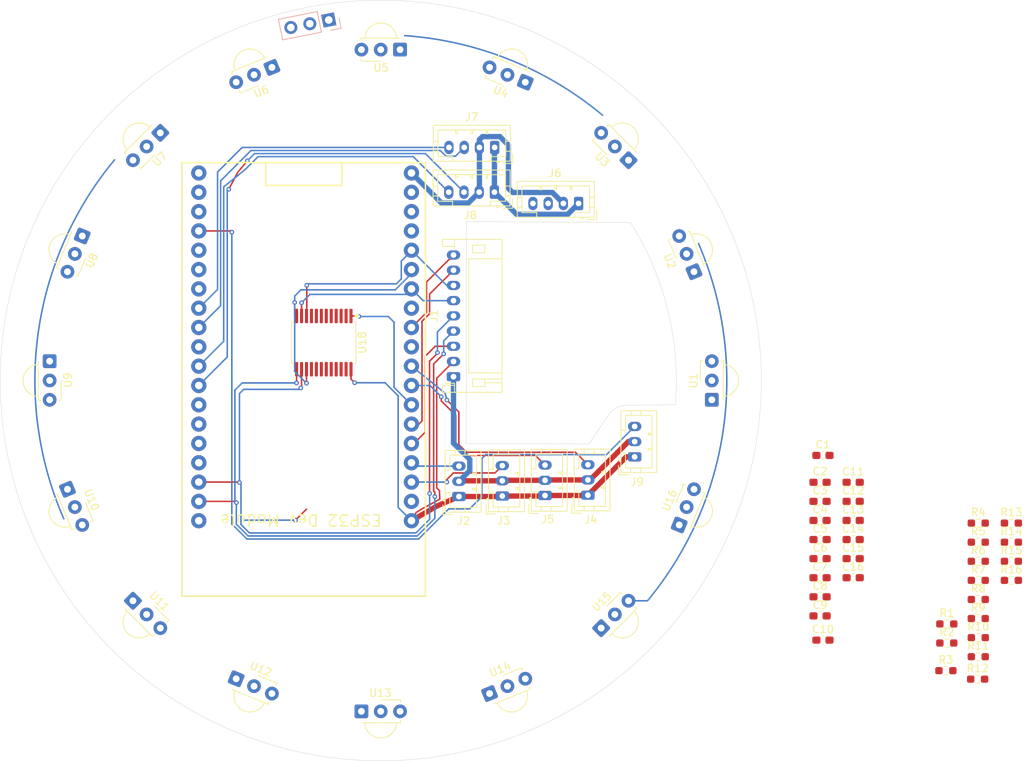
<source format=kicad_pcb>
(kicad_pcb (version 20241229) (generator "pcbnew") (generator_version "9.0")
  (layers (0 "F.Cu" signal) (2 "B.Cu" signal) (13 "F.Paste" user) (15 "B.Paste" user) (5 "F.SilkS" user "F.Silkscreen") (7 "B.SilkS" user "B.Silkscreen") (1 "F.Mask" user) (3 "B.Mask" user) (25 "Edge.Cuts" user))
  (net 0 "")
  (net 1 "GND")
  (net 2 "Net-(C1-Pad1)")
  (net 3 "Net-(C2-Pad1)")
  (net 4 "Net-(C3-Pad1)")
  (net 5 "Net-(C4-Pad1)")
  (net 6 "Net-(C5-Pad1)")
  (net 7 "Net-(C6-Pad1)")
  (net 8 "Net-(C7-Pad1)")
  (net 9 "Net-(C8-Pad1)")
  (net 10 "Net-(C9-Pad1)")
  (net 11 "Net-(C10-Pad1)")
  (net 12 "Net-(C11-Pad1)")
  (net 13 "Net-(C12-Pad1)")
  (net 14 "Net-(C13-Pad1)")
  (net 15 "Net-(C15-Pad1)")
  (net 16 "Net-(C16-Pad1)")
  (net 17 "3v3")
  (net 18 "LED_IO")
  (net 19 "MUX_COM1")
  (net 20 "MUX_COM2")
  (net 21 "Net-(U1-OUT)")
  (net 22 "Net-(U2-OUT)")
  (net 23 "Net-(U3-OUT)")
  (net 24 "Net-(U4-OUT)")
  (net 25 "Net-(U5-OUT)")
  (net 26 "Net-(U6-OUT)")
  (net 27 "Net-(U7-OUT)")
  (net 28 "Net-(U8-OUT)")
  (net 29 "Net-(U9-OUT)")
  (net 30 "Net-(U10-OUT)")
  (net 31 "Net-(U11-OUT)")
  (net 32 "Net-(U12-OUT)")
  (net 33 "Net-(U13-OUT)")
  (net 34 "Net-(U14-OUT)")
  (net 35 "Net-(U15-OUT)")
  (net 36 "Net-(U16-OUT)")
  (net 37 "VCC")
  (net 39 "TX")
  (net 40 "RX")
  (net 41 "TX2(16)")
  (net 44 "S0")
  (net 47 "S2")
  (net 48 "IR_COM")
  (net 50 "S1")
  (net 55 "S3")
  (net 63 "RX2(17)")
  (net 64 "RX1(19)")
  (net 72 "TX1(18)")
  (net 74 "side_front")
  (net 76 "side_back")
  (net 77 "side_right")
  (net 82 "Net-(SW1A-B)")
  (net 83 "side_left")
  (net 84 "ball_sensor")
  (net 87 "Net-(C14-Pad1)")
  (footprint "Resistor_SMD:R_0603_1608Metric_Pad0.98x0.95mm_HandSolder" (layer "F.Cu") (at 178.511 126.28)
    (property "Reference" "R7")
    (property "Value" "R")
  )
  (footprint "Resistor_SMD:R_0603_1608Metric_Pad0.98x0.95mm_HandSolder" (layer "F.Cu") (at 178.511 121.26)
    (property "Reference" "R5")
    (property "Value" "R")
  )
  (footprint "ESP32_devModule:TSSP_EDITED" (layer "F.Cu") (at 100 143.5)
    (property "Reference" "U13")
    (property "Value" "TSSP58038" (hide yes))
  )
  (footprint "Capacitor_SMD:C_0603_1608Metric_Pad1.08x0.95mm_HandSolder" (layer "F.Cu") (at 157.7235 113.382)
    (property "Reference" "C2")
    (property "Value" "C")
  )
  (footprint "MountingHole:MountingHole_3.2mm_M3" (layer "F.Cu") (at 137.208265 75.138232)
    (property "Reference" "H1" (hide yes))
    (property "Value" "MountingHole" (hide yes))
  )
  (footprint "ESP32_devModule:TSSP_EDITED" (layer "F.Cu") (at 100 56.5 180)
    (property "Reference" "U5")
    (property "Value" "TSSP58038" (hide yes))
  )
  (footprint "ESP32_devModule:TSSP_EDITED" (layer "F.Cu") (at 140.18876 116.646729 67.5)
    (property "Reference" "U16")
    (property "Value" "TSSP58038" (hide yes))
  )
  (footprint "ESP32_devModule:TSSP_EDITED" (layer "F.Cu") (at 59.81124 116.646729 -67.5)
    (property "Reference" "U10")
    (property "Value" "TSSP58038" (hide yes))
  )
  (footprint "Capacitor_SMD:C_0603_1608Metric_Pad1.08x0.95mm_HandSolder" (layer "F.Cu") (at 162.0735 115.892)
    (property "Reference" "C12")
    (property "Value" "C")
  )
  (footprint "Connector_JST:JST_PH_B4B-PH-K_1x04_P2.00mm_Vertical" (layer "F.Cu") (at 114.938 75.24 180)
    (property "Reference" "J8")
    (property "Value" "Conn_01x04_Socket" (hide yes))
  )
  (footprint "ESP32_devModule:TSSP_EDITED" (layer "F.Cu") (at 83.353271 140.18876 -22.5)
    (property "Reference" "U12")
    (property "Value" "TSSP58038" (hide yes))
  )
  (footprint "Package_SO:SSOP-24_5.3x8.2mm_P0.65mm" (layer "F.Cu") (at 92.521 95.018 -90)
    (property "Reference" "U18")
    (property "Value" "CD74HC4067SM" (hide yes))
  )
  (footprint "ESP32_devModule:TSSP_EDITED" (layer "F.Cu") (at 143.5 100 90)
    (property "Reference" "U1")
    (property "Value" "TSSP58038" (hide yes))
  )
  (footprint "Capacitor_SMD:C_0603_1608Metric_Pad1.08x0.95mm_HandSolder" (layer "F.Cu") (at 157.7235 118.402)
    (property "Reference" "C4")
    (property "Value" "C")
  )
  (footprint "Capacitor_SMD:C_0603_1608Metric_Pad1.08x0.95mm_HandSolder" (layer "F.Cu") (at 157.7235 115.892)
    (property "Reference" "C3")
    (property "Value" "C")
  )
  (footprint "ESP32_devModule:TSSP_EDITED" (layer "F.Cu") (at 83.353271 59.81124 -157.5)
    (property "Reference" "U6")
    (property "Value" "TSSP58038" (hide yes))
  )
  (footprint "Capacitor_SMD:C_0603_1608Metric_Pad1.08x0.95mm_HandSolder" (layer "F.Cu") (at 162.0735 113.382)
    (property "Reference" "C11")
    (property "Value" "C")
  )
  (footprint "Connector_JST:JST_PH_B3B-PH-K_1x03_P2.00mm_Vertical" (layer "F.Cu") (at 133.362 110.042 90)
    (property "Reference" "J9")
    (property "Value" "Conn_01x03_Socket" (hide yes))
  )
  (footprint "Capacitor_SMD:C_0603_1608Metric_Pad1.08x0.95mm_HandSolder" (layer "F.Cu") (at 157.7235 120.912)
    (property "Reference" "C5")
    (property "Value" "C")
  )
  (footprint "Connector_JST:JST_PH_B3B-PH-K_1x03_P2.00mm_Vertical" (layer "F.Cu") (at 110.275 115.259 90)
    (property "Reference" "J3")
    (property "Value" "Conn_01x03_Socket" (hide yes))
  )
  (footprint "Resistor_SMD:R_0603_1608Metric_Pad0.98x0.95mm_HandSolder" (layer "F.Cu") (at 174.377 134.519)
    (property "Reference" "R2")
    (property "Value" "R")
  )
  (footprint "Resistor_SMD:R_0603_1608Metric_Pad0.98x0.95mm_HandSolder" (layer "F.Cu") (at 178.511 136.32)
    (property "Reference" "R11")
    (property "Value" "R")
  )
  (footprint "Resistor_SMD:R_0603_1608Metric_Pad0.98x0.95mm_HandSolder" (layer "F.Cu") (at 178.4275 139.266)
    (property "Reference" "R12")
    (property "Value" "R")
  )
  (footprint "MountingHole:MountingHole_3.2mm_M3" (layer "F.Cu") (at 124.861768 137.208265)
    (property "Reference" "H2" (hide yes))
    (property "Value" "MountingHole" (hide yes))
  )
  (footprint "Resistor_SMD:R_0603_1608Metric_Pad0.98x0.95mm_HandSolder" (layer "F.Cu") (at 178.511 131.3)
    (property "Reference" "R9")
    (property "Value" "R")
  )
  (footprint "Capacitor_SMD:C_0603_1608Metric_Pad1.08x0.95mm_HandSolder" (layer "F.Cu") (at 158.1035 134.135)
    (property "Reference" "C10")
    (property "Value" "C")
  )
  (footprint "Capacitor_SMD:C_0603_1608Metric_Pad1.08x0.95mm_HandSolder" (layer "F.Cu") (at 162.0735 118.402)
    (property "Reference" "C13")
    (property "Value" "C")
  )
  (footprint "Capacitor_SMD:C_0603_1608Metric_Pad1.08x0.95mm_HandSolder" (layer "F.Cu") (at 157.7235 125.932)
    (property "Reference" "C7")
    (property "Value" "C")
  )
  (footprint "Resistor_SMD:R_0603_1608Metric_Pad0.98x0.95mm_HandSolder" (layer "F.Cu") (at 182.861 123.77)
    (property "Reference" "R15")
    (property "Value" "R")
  )
  (footprint "ESP32_devModule:ESP32_devModule" (layer "F.Cu") (at 89.796 95.577001 180)
    (property "Reference" "U17" (hide yes))
    (property "Value" "~" (hide yes))
  )
  (footprint "Connector_JST:JST_PH_S9B-PH-K_1x09_P2.00mm_Horizontal" (layer "F.Cu") (at 109.561 99.503 90)
    (property "Reference" "J1")
    (property "Value" "Conn_01x09_Socket" (hide yes))
  )
  (footprint "Connector_JST:JST_PH_B3B-PH-K_1x03_P2.00mm_Vertical" (layer "F.Cu") (at 115.972 115.192 90)
    (property "Reference" "J2")
    (property "Value" "Conn_01x03_Socket" (hide yes))
  )
  (footprint "Connector_JST:JST_PH_B4B-PH-K_1x04_P2.00mm_Vertical" (layer "F.Cu") (at 125.998 76.725 180)
    (property "Reference" "J6")
    (property "Value" "Conn_01x04_Socket" (hide yes))
  )
  (footprint "Capacitor_SMD:C_0603_1608Metric_Pad1.08x0.95mm_HandSolder" (layer "F.Cu") (at 157.7235 123.422)
    (property "Reference" "C6")
    (property "Value" "C")
  )
  (footprint "ESP32_devModule:TSSP_EDITED" (layer "F.Cu") (at 130.759145 69.240855 135)
    (property "Reference" "U3")
    (property "Value" "TSSP58038" (hide yes))
  )
  (footprint "Connector_JST:JST_PH_B3B-PH-K_1x03_P2.00mm_Vertical" (layer "F.Cu") (at 121.587 115.122 90)
    (property "Reference" "J5")
    (property "Value" "Conn_01x03_Socket" (hide yes))
  )
  (footprint "Resistor_SMD:R_0603_1608Metric_Pad0.98x0.95mm_HandSolder" (layer "F.Cu") (at 182.861 126.28)
    (property "Reference" "R16")
    (property "Value" "R")
  )
  (footprint "ESP32_devModule:TSSP_EDITED" (layer "F.Cu") (at 56.5 100 -90)
    (property "Reference" "U9")
    (property "Value" "TSSP58038" (hide yes))
  )
  (footprint "Resistor_SMD:R_0603_1608Metric_Pad0.98x0.95mm_HandSolder" (layer "F.Cu") (at 178.511 123.77)
    (property "Reference" "R6")
    (property "Value" "R")
  )
  (footprint "ESP32_devModule:TSSP_EDITED" (layer "F.Cu") (at 69.240855 130.759145 -45)
    (property "Reference" "U11")
    (property "Value" "TSSP58038" (hide yes))
  )
  (footprint "Capacitor_SMD:C_0603_1608Metric_Pad1.08x0.95mm_HandSolder" (layer "F.Cu") (at 158.1035 109.851)
    (property "Reference" "C1")
    (property "Value" "C")
  )
  (footprint "ESP32_devModule:TSSP_EDITED" (layer "F.Cu") (at 116.646729 140.18876 22.5)
    (property "Reference" "U14")
    (property "Value" "TSSP58038" (hide yes))
  )
  (footprint "Resistor_SMD:R_0603_1608Metric_Pad0.98x0.95mm_HandSolder" (layer "F.Cu") (at 178.511 118.75)
    (property "Reference" "R4")
    (property "Value" "R")
  )
  (footprint "Connector_JST:JST_PH_B4B-PH-K_1x04_P2.00mm_Vertical" (layer "F.Cu") (at 114.967 69.361 180)
    (property "Reference" "J7")
    (property "Value" "Conn_01x04_Socket" (hide yes))
  )
  (footprint "Capacitor_SMD:C_0603_1608Metric_Pad1.08x0.95mm_HandSolder" (layer "F.Cu") (at 157.7235 128.442)
    (property "Reference" "C8")
    (property "Value" "C")
  )
  (footprint "ESP32_devModule:TSSP_EDITED" (layer "F.Cu") (at 116.646729 59.81124 157.5)
    (property "Reference" "U4")
    (property "Value" "TSSP58038" (hide yes))
  )
  (footprint "Capacitor_SMD:C_0603_1608Metric_Pad1.08x0.95mm_HandSolder" (layer "F.Cu") (at 157.7235 130.952)
    (property "Reference" "C9")
    (property "Value" "C")
  )
  (footprint "Resistor_SMD:R_0603_1608Metric_Pad0.98x0.95mm_HandSolder" (layer "F.Cu") (at 178.511 128.79)
    (property "Reference" "R8")
    (property "Value" "R")
  )
  (footprint "MountingHole:MountingHole_3.2mm_M3" (layer "F.Cu") (at 75.138232 62.791735)
    (property "Reference" "H4" (hide yes))
    (property "Value" "MountingHole" (hide yes))
  )
  (footprint "ESP32_devModule:TSSP_EDITED" (layer "F.Cu") (at 69.240855 69.240855 -135)
    (property "Reference" "U7")
    (property "Value" "TSSP58038" (hide yes))
  )
  (footprint "MountingHole:MountingHole_3.2mm_M3" (layer "F.Cu") (at 62.791735 124.861768)
    (property "Reference" "H3" (hide yes))
    (property "Value" "MountingHole" (hide yes))
  )
  (footprint "ESP32_devModule:TSSP_EDITED" (layer "F.Cu") (at 130.759145 130.759145 45)
    (property "Reference" "U15")
    (property "Value" "TSSP58038" (hide yes))
  )
  (footprint "Resistor_SMD:R_0603_1608Metric_Pad0.98x0.95mm_HandSolder" (layer "F.Cu") (at 174.377 132.009)
    (property "Reference" "R1")
    (property "Value" "R")
  )
  (footprint "Resistor_SMD:R_0603_1608Metric_Pad0.98x0.95mm_HandSolder" (layer "F.Cu") (at 174.2575 138.148)
    (property "Reference" "R3")
    (property "Value" "R")
  )
  (footprint "ESP32_devModule:TSSP_EDITED" (layer "F.Cu") (at 59.81124 83.353271 -112.5)
    (property "Reference" "U8")
    (property "Value" "TSSP58038" (hide yes))
  )
  (footprint "Resistor_SMD:R_0603_1608Metric_Pad0.98x0.95mm_HandSolder" (layer "F.Cu") (at 182.861 118.75)
    (property "Reference" "R13")
    (property "Value" "R")
  )
  (footprint "Resistor_SMD:R_0603_1608Metric_Pad0.98x0.95mm_HandSolder" (layer "F.Cu") (at 178.511 133.81)
    (property "Reference" "R10")
    (property "Value" "R")
  )
  (footprint "Resistor_SMD:R_0603_1608Metric_Pad0.98x0.95mm_HandSolder" (layer "F.Cu") (at 182.861 121.26)
    (property "Reference" "R14")
    (property "Value" "R")
  )
  (footprint "Capacitor_SMD:C_0603_1608Metric_Pad1.08x0.95mm_HandSolder" (layer "F.Cu") (at 162.0735 120.912)
    (property "Reference" "C14")
    (property "Value" "C")
  )
  (footprint "Connector_JST:JST_PH_B3B-PH-K_1x03_P2.00mm_Vertical" (layer "F.Cu") (at 127.221 115.078 90)
    (property "Reference" "J4")
    (property "Value" "Conn_01x03_Socket" (hide yes))
  )
  (footprint "ESP32_devModule:TSSP_EDITED" (layer "F.Cu") (at 140.18876 83.353271 112.5)
    (property "Reference" "U2")
    (property "Value" "TSSP58038" (hide yes))
  )
  (footprint "Capacitor_SMD:C_0603_1608Metric_Pad1.08x0.95mm_HandSolder" (layer "F.Cu") (at 162.0735 125.932)
    (property "Reference" "C16")
    (property "Value" "C")
  )
  (footprint "Capacitor_SMD:C_0603_1608Metric_Pad1.08x0.95mm_HandSolder" (layer "F.Cu") (at 162.0735 123.422)
    (property "Reference" "C15")
    (property "Value" "C")
  )
  (footprint "Connector_PinHeader_2.54mm:PinHeader_1x03_P2.54mm_Vertical" (layer "B.Cu") (at 93.171 52.602 101.25)
    (property "Reference" "SW1" (hide yes))
    (property "Value" "SW_DPST_x2" (hide yes))
  )
  (gr_arc (start 103.152 54.659) (mid 116.970834 57.836839) (end 129.137895 65.118422) (stroke (width 0.2)) (layer "B.Cu") (net 82))
  (gr_arc (start 141.752 81.99) (mid 145.026485 106.340758) (end 135.154423 128.840182) (stroke (width 0.2)) (layer "B.Cu") (net 82))
  (gr_arc (start 58.358 118.185) (mid 55.00778 93.639928) (end 65.030134 70.985195) (stroke (width 0.2)) (layer "B.Cu") (net 82))
  (gr_arc (start 132.810083 79.223996) (mid 137.710721 90.723933) (end 138.704 103.185) (stroke (width 0.05)) (layer "Edge.Cuts"))
  (gr_circle (center 100 100) (end 150 100) (stroke (width 0.05)) (fill no) (layer "Edge.Cuts"))
  (gr_line (start 111.247 103.185) (end 111.247 108.301) (stroke (width 0.05)) (layer "Edge.Cuts"))
  (gr_line (start 131.161 103.428) (end 132.04 103.268) (stroke (width 0.05)) (layer "Edge.Cuts"))
  (gr_line (start 111.242 79.109) (end 132.810083 79.223996) (stroke (width 0.05)) (layer "Edge.Cuts"))
  (gr_line (start 111.242 79.109) (end 111.247 103.185) (stroke (width 0.05)) (layer "Edge.Cuts"))
  (gr_line (start 111.247 108.301) (end 127.357 108.332) (stroke (width 0.05)) (layer "Edge.Cuts"))
  (gr_line (start 132.04 103.268) (end 138.704 103.185003) (stroke (width 0.05)) (layer "Edge.Cuts"))
  (gr_line (start 127.357 108.332) (end 130.166 104.177) (stroke (width 0.05)) (layer "Edge.Cuts"))
  (gr_line (start 130.166 104.177) (end 131.161 103.428) (stroke (width 0.05)) (layer "Edge.Cuts"))
  (segment (start 121.587 113.122) (end 116.041999 113.122) (width 0.7) (layer "F.Cu") (net 1))
  (segment (start 90.246 100.357) (end 90.245 100.358) (width 0.2) (layer "F.Cu") (net 1))
  (segment (start 90.246 98.518) (end 90.246 100.357) (width 0.2) (layer "F.Cu") (net 1))
  (segment (start 90.246 116.915) (end 88.799 118.362) (width 0.2) (layer "F.Cu") (net 1))
  (segment (start 133.362 108.041999) (end 132.532001 108.041999) (width 0.7) (layer "F.Cu") (net 1))
  (segment (start 127.496 113.078) (end 127.221 113.078) (width 0.7) (layer "F.Cu") (net 1))
  (segment (start 110.342 113.191999) (end 110.275 113.258999) (width 0.7) (layer "F.Cu") (net 1))
  (segment (start 116.041999 113.122) (end 115.972 113.191999) (width 0.7) (layer "F.Cu") (net 1))
  (segment (start 115.972 113.191999) (end 110.342 113.191999) (width 0.7) (layer "F.Cu") (net 1))
  (segment (start 121.631 113.078) (end 121.587 113.122) (width 0.7) (layer "F.Cu") (net 1))
  (segment (start 88.692 89.741) (end 88.692 91.264) (width 0.2) (layer "F.Cu") (net 1))
  (segment (start 127.221 113.078) (end 121.631 113.078) (width 0.7) (layer "F.Cu") (net 1))
  (segment (start 132.532001 108.041999) (end 127.496 113.078) (width 0.7) (layer "F.Cu") (net 1))
  (segment (start 110.455999 113.078) (end 110.275 113.258999) (width 0.2) (layer "F.Cu") (net 1))
  (segment (start 88.692 91.264) (end 88.946 91.518) (width 0.2) (layer "F.Cu") (net 1))
  (via (at 90.245 100.358) (size 0.6) (drill 0.3) (layers "F.Cu" "B.Cu") (net 1))
  (via (at 88.692 89.741) (size 0.6) (drill 0.3) (layers "F.Cu" "B.Cu") (net 1))
  (via (at 88.799 118.362) (size 0.6) (drill 0.3) (layers "F.Cu" "B.Cu") (net 1))
  (segment (start 88.692 89.686) (end 88.693 89.685) (width 0.2) (layer "B.Cu") (net 1))
  (segment (start 117.848999 78.150999) (end 114.938 75.24) (width 0.7) (layer "B.Cu") (net 1))
  (segment (start 109.561 108.24) (end 111.701 110.38) (width 0.7) (layer "B.Cu") (net 1))
  (segment (start 88.692 98.805) (end 88.692 89.741) (width 0.2) (layer "B.Cu") (net 1))
  (segment (start 89.515 88.084) (end 101.906 88.084) (width 0.2) (layer "B.Cu") (net 1))
  (segment (start 114.938 75.24) (end 114.938 69.39) (width 0.7) (layer "B.Cu") (net 1))
  (segment (start 111.701 111.832999) (end 110.275 113.258999) (width 0.7) (layer "B.Cu") (net 1))
  (segment (start 125.998 76.725) (end 124.572001 78.150999) (width 0.7) (layer "B.Cu") (net 1))
  (segment (start 124.572001 78.150999) (end 117.848999 78.150999) (width 0.7) (layer "B.Cu") (net 1))
  (segment (start 104.036 85.954) (end 104.036 85.417002) (width 0.2) (layer "B.Cu") (net 1))
  (segment (start 88.799 118.362) (end 82.039 118.362) (width 0.2) (layer "B.Cu") (net 1))
  (segment (start 101.906 88.084) (end 104.036 85.954) (width 0.2) (layer "B.Cu") (net 1))
  (segment (start 88.692 89.741) (end 88.692 89.686) (width 0.2) (layer "B.Cu") (net 1))
  (segment (start 111.701 110.38) (end 111.701 111.832999) (width 0.7) (layer "B.Cu") (net 1))
  (segment (start 82.039 118.362) (end 82.039 118.437001) (width 0.2) (layer "B.Cu") (net 1))
  (segment (start 90.245 100.358) (end 88.692 98.805) (width 0.2) (layer "B.Cu") (net 1))
  (segment (start 109.561 99.503) (end 109.561 108.24) (width 0.7) (layer "B.Cu") (net 1))
  (segment (start 114.938 69.39) (end 114.967 69.361) (width 0.7) (layer "B.Cu") (net 1))
  (segment (start 88.693 89.685) (end 88.693 88.906) (width 0.2) (layer "B.Cu") (net 1))
  (segment (start 88.693 88.906) (end 89.515 88.084) (width 0.2) (layer "B.Cu") (net 1))
  (segment (start 96.096 99.818) (end 96.575 100.297) (width 0.2) (layer "F.Cu") (net 17))
  (segment (start 105.471 116.849) (end 104.669 117.348) (width 0.2) (layer "F.Cu") (net 17))
  (segment (start 96.096 98.518) (end 96.096 99.818) (width 0.2) (layer "F.Cu") (net 17))
  (segment (start 133.362 110.042) (end 132.257 110.042) (width 0.7) (layer "F.Cu") (net 17))
  (segment (start 115.905 115.259) (end 115.972 115.192) (width 0.7) (layer "F.Cu") (net 17))
  (segment (start 110.275 115.259) (end 107.396 116.501) (width 0.7) (layer "F.Cu") (net 17))
  (segment (start 107.711 114.48) (end 107.757 115.593) (width 0.2) (layer "F.Cu") (net 17))
  (segment (start 107.354 114.123) (end 107.711 114.48) (width 0.2) (layer "F.Cu") (net 17))
  (segment (start 121.587 115.122) (end 127.177 115.122) (width 0.7) (layer "F.Cu") (net 17))
  (segment (start 127.04 115.259) (end 127.221 115.078) (width 0.2) (layer "F.Cu") (net 17))
  (segment (start 110.275 115.259) (end 115.905 115.259) (width 0.7) (layer "F.Cu") (net 17))
  (segment (start 106.463 116.321) (end 105.471 116.849) (width 0.2) (layer "F.Cu") (net 17))
  (segment (start 115.972 115.192) (end 121.517 115.192) (width 0.7) (layer "F.Cu") (net 17))
  (segment (start 121.517 115.192) (end 121.587 115.122) (width 0.7) (layer "F.Cu") (net 17))
  (segment (start 107.396 116.501) (end 104.036 118.437001) (width 0.7) (layer "F.Cu") (net 17))
  (segment (start 107.354 99.709999) (end 107.354 114.123) (width 0.2) (layer "F.Cu") (net 17))
  (segment (start 127.177 115.122) (end 127.221 115.078) (width 0.7) (layer "F.Cu") (net 17))
  (segment (start 104.669 117.348) (end 104.036 118.437001) (width 0.2) (layer "F.Cu") (net 17))
  (segment (start 132.257 110.042) (end 127.221 115.078) (width 0.7) (layer "F.Cu") (net 17))
  (segment (start 109.561 97.502999) (end 107.354 99.709999) (width 0.2) (layer "F.Cu") (net 17))
  (segment (start 107.757 115.593) (end 106.463 116.321) (width 0.2) (layer "F.Cu") (net 17))
  (via (at 96.575 100.297) (size 0.6) (drill 0.3) (layers "F.Cu" "B.Cu") (net 17))
  (segment (start 96.575 100.297) (end 100.568898 100.297) (width 0.2) (layer "B.Cu") (net 17))
  (segment (start 102.289 102.017102) (end 102.289 116.690001) (width 0.2) (layer "B.Cu") (net 17))
  (segment (start 102.289 116.690001) (end 104.036 118.437001) (width 0.2) (layer "B.Cu") (net 17))
  (segment (start 100.568898 100.297) (end 102.289 102.017102) (width 0.2) (layer "B.Cu") (net 17))
  (segment (start 106.018 91.055001) (end 104.036 93.037001) (width 0.2) (layer "F.Cu") (net 18))
  (segment (start 106.018 87.046001) (end 106.018 91.055001) (width 0.2) (layer "F.Cu") (net 18))
  (segment (start 109.561 83.503001) (end 106.018 87.046001) (width 0.2) (layer "F.Cu") (net 18))
  (segment (start 106.419 91.221101) (end 105.423 92.217101) (width 0.2) (layer "F.Cu") (net 19))
  (segment (start 105.423 105.324) (end 105.01 105.737) (width 0.2) (layer "F.Cu") (net 19))
  (segment (start 106.419 88.645) (end 106.419 91.221101) (width 0.2) (layer "F.Cu") (net 19))
  (segment (start 105.423 92.217101) (end 105.423 105.324) (width 0.2) (layer "F.Cu") (net 19))
  (segment (start 109.561 85.503) (end 106.419 88.645) (width 0.2) (layer "F.Cu") (net 19))
  (segment (start 105.01 105.737) (end 104.036 105.737) (width 0.2) (layer "F.Cu") (net 19))
  (segment (start 104.365998 108.277002) (end 104.036 108.277002) (width 0.2) (layer "F.Cu") (net 20))
  (segment (start 105.846 106.797) (end 104.365998 108.277002) (width 0.2) (layer "F.Cu") (net 20))
  (segment (start 109.561 95.503) (end 107.16 95.503) (width 0.2) (layer "F.Cu") (net 20))
  (segment (start 105.846 96.817) (end 105.846 106.797) (width 0.2) (layer "F.Cu") (net 20))
  (segment (start 107.16 95.503) (end 105.846 96.817) (width 0.2) (layer "F.Cu") (net 20))
  (segment (start 123.997999 76.724999) (end 122.554 75.281) (width 0.7) (layer "B.Cu") (net 37))
  (segment (start 115.655712 67.935) (end 113.367999 67.935) (width 0.7) (layer "B.Cu") (net 37))
  (segment (start 111.511999 76.666) (end 107.985 76.666) (width 0.7) (layer "B.Cu") (net 37))
  (segment (start 116.778 69.057288) (end 115.655712 67.935) (width 0.7) (layer "B.Cu") (net 37))
  (segment (start 116.778 74.735) (end 116.778 69.057288) (width 0.7) (layer "B.Cu") (net 37))
  (segment (start 112.937999 75.24) (end 111.511999 76.666) (width 0.7) (layer "B.Cu") (net 37))
  (segment (start 112.966999 75.211) (end 112.937999 75.24) (width 0.7) (layer "B.Cu") (net 37))
  (segment (start 112.966999 69.361) (end 112.966999 75.211) (width 0.7) (layer "B.Cu") (net 37))
  (segment (start 117.324 75.281) (end 116.778 74.735) (width 0.7) (layer "B.Cu") (net 37))
  (segment (start 122.554 75.281) (end 117.324 75.281) (width 0.7) (layer "B.Cu") (net 37))
  (segment (start 112.966999 68.336) (end 112.966999 69.361) (width 0.7) (layer "B.Cu") (net 37))
  (segment (start 113.367999 67.935) (end 112.966999 68.336) (width 0.7) (layer "B.Cu") (net 37))
  (segment (start 107.985 76.666) (end 104.036001 72.717001) (width 0.7) (layer "B.Cu") (net 37))
  (segment (start 78.56 72.592) (end 78.56 88.033002) (width 0.2) (layer "B.Cu") (net 41))
  (segment (start 108.967 69.361) (end 81.791 69.361) (width 0.2) (layer "B.Cu") (net 41))
  (segment (start 81.791 69.361) (end 78.56 72.592) (width 0.2) (layer "B.Cu") (net 41))
  (segment (start 78.56 88.033002) (end 76.096001 90.497001) (width 0.2) (layer "B.Cu") (net 41))
  (segment (start 90.246 90.618943) (end 90.246 91.518) (width 0.2) (layer "F.Cu") (net 44))
  (segment (start 90.284 90.580943) (end 90.246 90.618943) (width 0.2) (layer "F.Cu") (net 44))
  (segment (start 90.284 87.484) (end 90.284 90.580943) (width 0.2) (layer "F.Cu") (net 44))
  (via (at 90.284 87.484) (size 0.6) (drill 0.3) (layers "F.Cu" "B.Cu") (net 44))
  (segment (start 102.704 86.646) (end 102.704 84.3) (width 0.2) (layer "B.Cu") (net 44))
  (segment (start 90.476 87.292) (end 102.058 87.292) (width 0.2) (layer "B.Cu") (net 44))
  (segment (start 104.036 82.968) (end 104.036 82.877) (width 0.2) (layer "B.Cu") (net 44))
  (segment (start 102.058 87.292) (end 102.704 86.646) (width 0.2) (layer "B.Cu") (net 44))
  (segment (start 102.704 84.3) (end 104.036 82.968) (width 0.2) (layer "B.Cu") (net 44))
  (segment (start 108.662001 87.503001) (end 104.036 82.877) (width 0.2) (layer "B.Cu") (net 44))
  (segment (start 109.561 87.503001) (end 108.662001 87.503001) (width 0.2) (layer "B.Cu") (net 44))
  (segment (start 90.284 87.484) (end 90.476 87.292) (width 0.2) (layer "B.Cu") (net 44))
  (segment (start 109.561 87.512001) (end 109.561 87.503001) (width 0.2) (layer "B.Cu") (net 44))
  (segment (start 89.596 100.886) (end 89.498 100.984) (width 0.2) (layer "F.Cu") (net 47))
  (segment (start 89.596 98.518) (end 89.596 100.886) (width 0.2) (layer "F.Cu") (net 47))
  (segment (start 81.384001 113.357001) (end 76.096001 113.357001) (width 0.2) (layer "F.Cu") (net 47))
  (segment (start 106.413 113.782) (end 106.413 114.847) (width 0.2) (layer "F.Cu") (net 47))
  (segment (start 106.702 97.17) (end 106.413 97.459) (width 0.2) (layer "F.Cu") (net 47))
  (segment (start 81.438 113.411) (end 81.384001 113.357001) (width 0.2) (layer "F.Cu") (net 47))
  (segment (start 106.413 114.847) (end 106.423 114.857) (width 0.2) (layer "F.Cu") (net 47))
  (segment (start 107.45 96.422) (end 106.702 97.17) (width 0.2) (layer "F.Cu") (net 47))
  (segment (start 106.413 97.459) (end 106.413 113.782) (width 0.2) (layer "F.Cu") (net 47))
  (segment (start 107.45 96.342) (end 107.45 96.422) (width 0.2) (layer "F.Cu") (net 47))
  (via (at 89.498 100.984) (size 0.6) (drill 0.3) (layers "F.Cu" "B.Cu") (net 47))
  (via (at 81.438 113.411) (size 0.6) (drill 0.3) (layers "F.Cu" "B.Cu") (net 47))
  (via (at 107.45 96.342) (size 0.6) (drill 0.3) (layers "F.Cu" "B.Cu") (net 47))
  (via (at 106.423 114.857) (size 0.6) (drill 0.3) (layers "F.Cu" "B.Cu") (net 47))
  (segment (start 104.625 120.043) (end 106.423 118.245) (width 0.2) (layer "B.Cu") (net 47))
  (segment (start 81.638 113.611) (end 81.438 113.411) (width 0.2) (layer "B.Cu") (net 47))
  (segment (start 106.423 118.245) (end 106.423 114.857) (width 0.2) (layer "B.Cu") (net 47))
  (segment (start 81.996 101.165) (end 81.438 101.723) (width 0.2) (layer "B.Cu") (net 47))
  (segment (start 82.7452 120.043) (end 104.625 120.043) (width 0.2) (layer "B.Cu") (net 47))
  (segment (start 89.498 100.984) (end 89.317 101.165) (width 0.2) (layer "B.Cu") (net 47))
  (segment (start 81.638 115.808057) (end 81.638 118.9358) (width 0.2) (layer "B.Cu") (net 47))
  (segment (start 107.45 93.614) (end 107.45 96.342) (width 0.2) (layer "B.Cu") (net 47))
  (segment (start 109.561 91.503) (end 107.45 93.614) (width 0.2) (layer "B.Cu") (net 47))
  (segment (start 89.317 101.165) (end 81.996 101.165) (width 0.2) (layer "B.Cu") (net 47))
  (segment (start 81.638 115.808057) (end 81.638 113.611) (width 0.2) (layer "B.Cu") (net 47))
  (segment (start 81.438 101.723) (end 81.438 113.411) (width 0.2) (layer "B.Cu") (net 47))
  (segment (start 81.638 118.9358) (end 82.7452 120.043) (width 0.2) (layer "B.Cu") (net 47))
  (segment (start 97.075 91.518) (end 97.143 91.586) (width 0.2) (layer "F.Cu") (net 48))
  (segment (start 96.096 91.518) (end 97.075 91.518) (width 0.2) (layer "F.Cu") (net 48))
  (via (at 97.143 91.586) (size 0.6) (drill 0.3) (layers "F.Cu" "B.Cu") (net 48))
  (segment (start 101.748 100.909002) (end 104.035999 103.197001) (width 0.2) (layer "B.Cu") (net 48))
  (segment (start 100.992 91.586) (end 101.748 92.342) (width 0.2) (layer "B.Cu") (net 48))
  (segment (start 97.143 91.586) (end 100.992 91.586) (width 0.2) (layer "B.Cu") (net 48))
  (segment (start 101.748 92.342) (end 101.748 100.909002) (width 0.2) (layer "B.Cu") (net 48))
  (segment (start 89.594 89.785) (end 89.594 90.417) (width 0.2) (layer "F.Cu") (net 50))
  (segment (start 89.594 90.417) (end 89.596 90.419) (width 0.2) (layer "F.Cu") (net 50))
  (segment (start 89.596 90.419) (end 89.596 91.518) (width 0.2) (layer "F.Cu") (net 50))
  (via (at 89.594 89.785) (size 0.6) (drill 0.3) (layers "F.Cu" "B.Cu") (net 50))
  (segment (start 90.695 88.684) (end 103.309001 88.684) (width 0.2) (layer "B.Cu") (net 50))
  (segment (start 103.309001 88.684) (end 104.036 87.957001) (width 0.2) (layer "B.Cu") (net 50))
  (segment (start 109.561 89.503) (end 105.581999 89.503) (width 0.2) (layer "B.Cu") (net 50))
  (segment (start 105.581999 89.503) (end 104.036 87.957001) (width 0.2) (layer "B.Cu") (net 50))
  (segment (start 89.594 89.785) (end 90.695 88.684) (width 0.2) (layer "B.Cu") (net 50))
  (segment (start 108.271 96.509) (end 106.953 97.827) (width 0.2) (layer "F.Cu") (net 55))
  (segment (start 106.953 97.827) (end 106.953 114.35) (width 0.2) (layer "F.Cu") (net 55))
  (segment (start 88.946 98.518) (end 88.946 100.306) (width 0.2) (layer "F.Cu") (net 55))
  (segment (start 88.946 100.306) (end 88.931 100.321) (width 0.2) (layer "F.Cu") (net 55))
  (segment (start 106.953 114.35) (end 106.953 114.537057) (width 0.2) (layer "F.Cu") (net 55))
  (segment (start 81.037 116.057) (end 80.877001 115.897001) (width 0.2) (layer "F.Cu") (net 55))
  (segment (start 106.953 114.537057) (end 107.111 114.695057) (width 0.2) (layer "F.Cu") (net 55))
  (segment (start 107.111 114.695057) (end 107.111 115.265234) (width 0.2) (layer "F.Cu") (net 55))
  (segment (start 80.877001 115.897001) (end 76.096 115.897001) (width 0.2) (layer "F.Cu") (net 55))
  (via (at 81.037 116.057) (size 0.6) (drill 0.3) (layers "F.Cu" "B.Cu") (net 55))
  (via (at 88.931 100.321) (size 0.6) (drill 0.3) (layers "F.Cu" "B.Cu") (net 55))
  (via (at 107.111 115.265234) (size 0.6) (drill 0.3) (layers "F.Cu" "B.Cu") (net 55))
  (via (at 108.271 96.509) (size 0.6) (drill 0.3) (layers "F.Cu" "B.Cu") (net 55))
  (segment (start 104.7911 120.444) (end 82.5791 120.444) (width 0.2) (layer "B.Cu") (net 55))
  (segment (start 108.271 94.793) (end 108.271 96.509) (width 0.2) (layer "B.Cu") (net 55))
  (segment (start 81.79 100.321) (end 80.838 101.273) (width 0.2) (layer "B.Cu") (net 55))
  (segment (start 82.5791 120.444) (end 81.027 118.8919) (width 0.2) (layer "B.Cu") (net 55))
  (segment (start 80.838 101.273) (end 80.838 115.858) (width 0.2) (layer "B.Cu") (net 55))
  (segment (start 107.111 115.265234) (end 107.111 118.1241) (width 0.2) (layer "B.Cu") (net 55))
  (segment (start 107.111 118.1241) (end 104.7911 120.444) (width 0.2) (layer "B.Cu") (net 55))
  (segment (start 80.838 115.858) (end 81.037 116.057) (width 0.2) (layer "B.Cu") (net 55))
  (segment (start 88.931 100.321) (end 81.79 100.321) (width 0.2) (layer "B.Cu") (net 55))
  (segment (start 81.027 118.8919) (end 81.027 116.067) (width 0.2) (layer "B.Cu") (net 55))
  (segment (start 81.027 116.067) (end 81.037 116.057) (width 0.2) (layer "B.Cu") (net 55))
  (segment (start 109.561 93.503) (end 108.271 94.793) (width 0.2) (layer "B.Cu") (net 55))
  (segment (start 78.961 90.172001) (end 76.095999 93.037002) (width 0.2) (layer "B.Cu") (net 63))
  (segment (start 108.593794 70.537) (end 107.818794 69.762) (width 0.2) (layer "B.Cu") (net 63))
  (segment (start 109.357206 70.52) (end 109.340206 70.537) (width 0.2) (layer "B.Cu") (net 63))
  (segment (start 110.967 69.361) (end 109.808 70.52) (width 0.2) (layer "B.Cu") (net 63))
  (segment (start 107.818794 69.762) (end 82.95 69.762) (width 0.2) (layer "B.Cu") (net 63))
  (segment (start 82.95 69.762) (end 78.961 73.751) (width 0.2) (layer "B.Cu") (net 63))
  (segment (start 109.808 70.52) (end 109.357206 70.52) (width 0.2) (layer "B.Cu") (net 63))
  (segment (start 109.340206 70.537) (end 108.593794 70.537) (width 0.2) (layer "B.Cu") (net 63))
  (segment (start 78.961 73.751) (end 78.961 90.172001) (width 0.2) (layer "B.Cu") (net 63))
  (segment (start 80.036 74.862) (end 81.205 72.64) (width 0.2) (layer "F.Cu") (net 64))
  (segment (start 81.205 72.64) (end 82.469765 71.12) (width 0.2) (layer "F.Cu") (net 64))
  (via (at 80.036 74.862) (size 0.6) (drill 0.3) (layers "F.Cu" "B.Cu") (net 64))
  (via (at 82.469765 71.12) (size 0.6) (drill 0.3) (layers "F.Cu" "B.Cu") (net 64))
  (segment (start 79.837 96.916002) (end 76.096001 100.657001) (width 0.2) (layer "B.Cu") (net 64))
  (segment (start 83.426765 70.163) (end 82.469765 71.12) (width 0.2) (layer "B.Cu") (net 64))
  (segment (start 80.036 74.862) (end 79.837 75.061) (width 0.2) (layer "B.Cu") (net 64))
  (segment (start 110.938 75.24) (end 105.861 70.163) (width 0.2) (layer "B.Cu") (net 64))
  (segment (start 79.837 75.061) (end 79.837 96.916002) (width 0.2) (layer "B.Cu") (net 64))
  (segment (start 105.861 70.163) (end 83.426765 70.163) (width 0.2) (layer "B.Cu") (net 64))
  (segment (start 108.938 75.24) (end 104.262 70.564) (width 0.2) (layer "B.Cu") (net 72))
  (segment (start 79.362 74.546) (end 79.362 94.851) (width 0.2) (layer "B.Cu") (net 72))
  (segment (start 80.902 73.319) (end 79.362 74.546) (width 0.2) (layer "B.Cu") (net 72))
  (segment (start 82.302 72.158) (end 80.902 73.319) (width 0.2) (layer "B.Cu") (net 72))
  (segment (start 83.89 70.564) (end 82.621 71.833) (width 0.2) (layer "B.Cu") (net 72))
  (segment (start 104.262 70.564) (end 83.89 70.564) (width 0.2) (layer "B.Cu") (net 72))
  (segment (start 79.362 94.851) (end 76.096 98.117) (width 0.2) (layer "B.Cu") (net 72))
  (segment (start 82.621 71.833) (end 82.302 72.158) (width 0.2) (layer "B.Cu") (net 72))
  (segment (start 109.545 112.16) (end 110.028 112.16) (width 0.2) (layer "F.Cu") (net 74))
  (segment (start 108.683 113.022) (end 109.545 112.16) (width 0.2) (layer "F.Cu") (net 74))
  (segment (start 108.683 113.358) (end 108.683 113.022) (width 0.2) (layer "F.Cu") (net 74))
  (segment (start 110.028 112.16) (end 109.928 112.16) (width 0.2) (layer "F.Cu") (net 74))
  (segment (start 115.972 111.192) (end 115.004 112.16) (width 0.2) (layer "F.Cu") (net 74))
  (segment (start 115.004 112.16) (end 110.028 112.16) (width 0.2) (layer "F.Cu") (net 74))
  (via (at 108.683 113.358) (size 0.6) (drill 0.3) (layers "F.Cu" "B.Cu") (net 74))
  (segment (start 108.199 113.358) (end 108.198001 113.357001) (width 0.2) (layer "B.Cu") (net 74))
  (segment (start 108.198001 113.357001) (end 104.036 113.357001) (width 0.2) (layer "B.Cu") (net 74))
  (segment (start 108.683 113.358) (end 108.199 113.358) (width 0.2) (layer "B.Cu") (net 74))
  (segment (start 110.275 111.259) (end 104.477999 111.259) (width 0.2) (layer "B.Cu") (net 76))
  (segment (start 104.477999 111.259) (end 104.036 110.817001) (width 0.2) (layer "B.Cu") (net 76))
  (segment (start 110.265 108.431) (end 111.273 109.439) (width 0.2) (layer "F.Cu") (net 77))
  (segment (start 125.582 109.439) (end 127.221 111.078) (width 0.2) (layer "F.Cu") (net 77))
  (segment (start 111.273 109.439) (end 125.582 109.439) (width 0.2) (layer "F.Cu") (net 77))
  (segment (start 110.265 104.141) (end 110.265 108.431) (width 0.2) (layer "F.Cu") (net 77))
  (segment (start 108.699 102.575) (end 110.265 104.141) (width 0.2) (layer "F.Cu") (net 77))
  (via (at 108.699 102.575) (size 0.6) (drill 0.3) (layers "F.Cu" "B.Cu") (net 77))
  (segment (start 108.472 101.714) (end 108.699 102.575) (width 0.2) (layer "B.Cu") (net 77))
  (segment (start 107.523 100.899) (end 108.472 101.714) (width 0.2) (layer "B.Cu") (net 77))
  (segment (start 104.036 98.117001) (end 107.523 100.899) (width 0.2) (layer "B.Cu") (net 77))
  (segment (start 135.031511 128.963094) (end 135.154423 128.840182) (width 0.2) (layer "B.Cu") (net 82))
  (segment (start 132.555196 128.963094) (end 135.031511 128.963094) (width 0.2) (layer "B.Cu") (net 82))
  (segment (start 120.319 109.854) (end 121.587 111.122) (width 0.2) (layer "F.Cu") (net 83))
  (segment (start 109.864 108.5971) (end 111.1209 109.854) (width 0.2) (layer "F.Cu") (net 83))
  (segment (start 111.1209 109.854) (end 120.319 109.854) (width 0.2) (layer "F.Cu") (net 83))
  (segment (start 107.955 102.680943) (end 109.864 104.589943) (width 0.2) (layer "F.Cu") (net 83))
  (segment (start 107.955 102.14) (end 108.069 102.254) (width 0.2) (layer "F.Cu") (net 83))
  (segment (start 107.955 102.14) (end 107.955 102.680943) (width 0.2) (layer "F.Cu") (net 83))
  (segment (start 109.864 104.589943) (end 109.864 108.5971) (width 0.2) (layer "F.Cu") (net 83))
  (via (at 107.955 102.14) (size 0.6) (drill 0.3) (layers "F.Cu" "B.Cu") (net 83))
  (segment (start 106.472001 100.657001) (end 107.955 102.14) (width 0.2) (layer "B.Cu") (net 83))
  (segment (start 104.036 100.657001) (end 106.472001 100.657001) (width 0.2) (layer "B.Cu") (net 83))
  (segment (start 80.274001 80.337001) (end 80.437 80.5) (width 0.2) (layer "F.Cu") (net 84))
  (segment (start 76.096 80.337001) (end 80.274001 80.337001) (width 0.2) (layer "F.Cu") (net 84))
  (via (at 80.437 80.5) (size 0.6) (drill 0.3) (layers "F.Cu" "B.Cu") (net 84))
  (segment (start 113.811 109.743) (end 129.661 109.743) (width 0.2) (layer "B.Cu") (net 84))
  (segment (start 108.932 116.884) (end 111.677 116.884) (width 0.2) (layer "B.Cu") (net 84))
  (segment (start 111.677 116.884) (end 113.291 115.27) (width 0.2) (layer "B.Cu") (net 84))
  (segment (start 113.291 110.263) (end 113.811 109.743) (width 0.2) (layer "B.Cu") (net 84))
  (segment (start 104.971 120.845) (end 108.932 116.884) (width 0.2) (layer "B.Cu") (net 84))
  (segment (start 80.437 118.869) (end 82.413 120.845) (width 0.2) (layer "B.Cu") (net 84))
  (segment (start 80.437 80.5) (end 80.437 118.869) (width 0.2) (layer "B.Cu") (net 84))
  (segment (start 129.661 109.743) (end 133.362 106.042) (width 0.2) (layer "B.Cu") (net 84))
  (segment (start 113.291 115.27) (end 113.291 110.263) (width 0.2) (layer "B.Cu") (net 84))
  (segment (start 82.413 120.845) (end 104.971 120.845) (width 0.2) (layer "B.Cu") (net 84))
)
</source>
